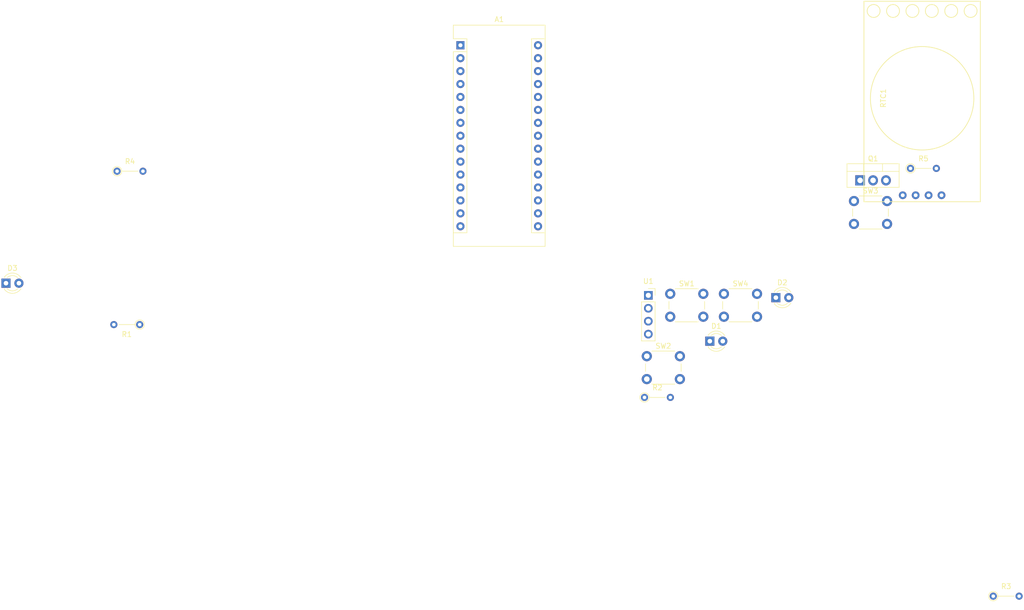
<source format=kicad_pcb>
(kicad_pcb (version 20171130) (host pcbnew 5.1.5+dfsg1-2build2)

  (general
    (thickness 1.6)
    (drawings 0)
    (tracks 0)
    (zones 0)
    (modules 16)
    (nets 35)
  )

  (page A4)
  (layers
    (0 F.Cu signal)
    (31 B.Cu signal)
    (32 B.Adhes user)
    (33 F.Adhes user)
    (34 B.Paste user)
    (35 F.Paste user)
    (36 B.SilkS user)
    (37 F.SilkS user)
    (38 B.Mask user)
    (39 F.Mask user)
    (40 Dwgs.User user)
    (41 Cmts.User user)
    (42 Eco1.User user)
    (43 Eco2.User user)
    (44 Edge.Cuts user)
    (45 Margin user)
    (46 B.CrtYd user)
    (47 F.CrtYd user)
    (48 B.Fab user)
    (49 F.Fab user)
  )

  (setup
    (last_trace_width 0.25)
    (trace_clearance 0.2)
    (zone_clearance 0.508)
    (zone_45_only no)
    (trace_min 0.2)
    (via_size 0.8)
    (via_drill 0.4)
    (via_min_size 0.4)
    (via_min_drill 0.3)
    (uvia_size 0.3)
    (uvia_drill 0.1)
    (uvias_allowed no)
    (uvia_min_size 0.2)
    (uvia_min_drill 0.1)
    (edge_width 0.05)
    (segment_width 0.2)
    (pcb_text_width 0.3)
    (pcb_text_size 1.5 1.5)
    (mod_edge_width 0.12)
    (mod_text_size 1 1)
    (mod_text_width 0.15)
    (pad_size 1.524 1.524)
    (pad_drill 0.762)
    (pad_to_mask_clearance 0.051)
    (solder_mask_min_width 0.25)
    (aux_axis_origin 0 0)
    (visible_elements FFFFFF7F)
    (pcbplotparams
      (layerselection 0x010fc_ffffffff)
      (usegerberextensions false)
      (usegerberattributes false)
      (usegerberadvancedattributes false)
      (creategerberjobfile false)
      (excludeedgelayer true)
      (linewidth 0.100000)
      (plotframeref false)
      (viasonmask false)
      (mode 1)
      (useauxorigin false)
      (hpglpennumber 1)
      (hpglpenspeed 20)
      (hpglpendiameter 15.000000)
      (psnegative false)
      (psa4output false)
      (plotreference true)
      (plotvalue true)
      (plotinvisibletext false)
      (padsonsilk false)
      (subtractmaskfromsilk false)
      (outputformat 1)
      (mirror false)
      (drillshape 1)
      (scaleselection 1)
      (outputdirectory ""))
  )

  (net 0 "")
  (net 1 "Net-(A1-Pad1)")
  (net 2 "Net-(A1-Pad17)")
  (net 3 "Net-(A1-Pad2)")
  (net 4 "Net-(A1-Pad18)")
  (net 5 "Net-(A1-Pad3)")
  (net 6 "Net-(A1-Pad19)")
  (net 7 display_gnd)
  (net 8 switch_confirm)
  (net 9 led_off)
  (net 10 "Net-(A1-Pad21)")
  (net 11 led_on)
  (net 12 "Net-(A1-Pad22)")
  (net 13 led_time)
  (net 14 "Net-(A1-Pad23)")
  (net 15 switch_down)
  (net 16 "Net-(A1-Pad24)")
  (net 17 switch_up)
  (net 18 "Net-(A1-Pad25)")
  (net 19 switch_mode)
  (net 20 "Net-(A1-Pad26)")
  (net 21 display_dio)
  (net 22 "Net-(A1-Pad27)")
  (net 23 display_clk)
  (net 24 "Net-(A1-Pad28)")
  (net 25 "Net-(A1-Pad13)")
  (net 26 "Net-(A1-Pad14)")
  (net 27 display_vcc)
  (net 28 "Net-(A1-Pad15)")
  (net 29 "Net-(A1-Pad16)")
  (net 30 "Net-(D1-Pad1)")
  (net 31 "Net-(D2-Pad1)")
  (net 32 "Net-(D3-Pad1)")
  (net 33 "Net-(Q1-Pad1)")
  (net 34 lamp_gnd)

  (net_class Default "This is the default net class."
    (clearance 0.2)
    (trace_width 0.25)
    (via_dia 0.8)
    (via_drill 0.4)
    (uvia_dia 0.3)
    (uvia_drill 0.1)
    (add_net "Net-(A1-Pad1)")
    (add_net "Net-(A1-Pad13)")
    (add_net "Net-(A1-Pad14)")
    (add_net "Net-(A1-Pad15)")
    (add_net "Net-(A1-Pad16)")
    (add_net "Net-(A1-Pad17)")
    (add_net "Net-(A1-Pad18)")
    (add_net "Net-(A1-Pad19)")
    (add_net "Net-(A1-Pad2)")
    (add_net "Net-(A1-Pad21)")
    (add_net "Net-(A1-Pad22)")
    (add_net "Net-(A1-Pad23)")
    (add_net "Net-(A1-Pad24)")
    (add_net "Net-(A1-Pad25)")
    (add_net "Net-(A1-Pad26)")
    (add_net "Net-(A1-Pad27)")
    (add_net "Net-(A1-Pad28)")
    (add_net "Net-(A1-Pad3)")
    (add_net "Net-(D1-Pad1)")
    (add_net "Net-(D2-Pad1)")
    (add_net "Net-(D3-Pad1)")
    (add_net "Net-(Q1-Pad1)")
    (add_net display_clk)
    (add_net display_dio)
    (add_net display_gnd)
    (add_net display_vcc)
    (add_net lamp_gnd)
    (add_net led_off)
    (add_net led_on)
    (add_net led_time)
    (add_net switch_confirm)
    (add_net switch_down)
    (add_net switch_mode)
    (add_net switch_up)
  )

  (module Module:Arduino_Nano (layer F.Cu) (tedit 58ACAF70) (tstamp 605635A4)
    (at 66.802 22.606)
    (descr "Arduino Nano, http://www.mouser.com/pdfdocs/Gravitech_Arduino_Nano3_0.pdf")
    (tags "Arduino Nano")
    (path /604B6E58)
    (fp_text reference A1 (at 7.62 -5.08) (layer F.SilkS)
      (effects (font (size 1 1) (thickness 0.15)))
    )
    (fp_text value Arduino_Nano_v2.x (at 8.89 19.05 90) (layer F.Fab)
      (effects (font (size 1 1) (thickness 0.15)))
    )
    (fp_text user %R (at 6.35 19.05 90) (layer F.Fab)
      (effects (font (size 1 1) (thickness 0.15)))
    )
    (fp_line (start 1.27 1.27) (end 1.27 -1.27) (layer F.SilkS) (width 0.12))
    (fp_line (start 1.27 -1.27) (end -1.4 -1.27) (layer F.SilkS) (width 0.12))
    (fp_line (start -1.4 1.27) (end -1.4 39.5) (layer F.SilkS) (width 0.12))
    (fp_line (start -1.4 -3.94) (end -1.4 -1.27) (layer F.SilkS) (width 0.12))
    (fp_line (start 13.97 -1.27) (end 16.64 -1.27) (layer F.SilkS) (width 0.12))
    (fp_line (start 13.97 -1.27) (end 13.97 36.83) (layer F.SilkS) (width 0.12))
    (fp_line (start 13.97 36.83) (end 16.64 36.83) (layer F.SilkS) (width 0.12))
    (fp_line (start 1.27 1.27) (end -1.4 1.27) (layer F.SilkS) (width 0.12))
    (fp_line (start 1.27 1.27) (end 1.27 36.83) (layer F.SilkS) (width 0.12))
    (fp_line (start 1.27 36.83) (end -1.4 36.83) (layer F.SilkS) (width 0.12))
    (fp_line (start 3.81 31.75) (end 11.43 31.75) (layer F.Fab) (width 0.1))
    (fp_line (start 11.43 31.75) (end 11.43 41.91) (layer F.Fab) (width 0.1))
    (fp_line (start 11.43 41.91) (end 3.81 41.91) (layer F.Fab) (width 0.1))
    (fp_line (start 3.81 41.91) (end 3.81 31.75) (layer F.Fab) (width 0.1))
    (fp_line (start -1.4 39.5) (end 16.64 39.5) (layer F.SilkS) (width 0.12))
    (fp_line (start 16.64 39.5) (end 16.64 -3.94) (layer F.SilkS) (width 0.12))
    (fp_line (start 16.64 -3.94) (end -1.4 -3.94) (layer F.SilkS) (width 0.12))
    (fp_line (start 16.51 39.37) (end -1.27 39.37) (layer F.Fab) (width 0.1))
    (fp_line (start -1.27 39.37) (end -1.27 -2.54) (layer F.Fab) (width 0.1))
    (fp_line (start -1.27 -2.54) (end 0 -3.81) (layer F.Fab) (width 0.1))
    (fp_line (start 0 -3.81) (end 16.51 -3.81) (layer F.Fab) (width 0.1))
    (fp_line (start 16.51 -3.81) (end 16.51 39.37) (layer F.Fab) (width 0.1))
    (fp_line (start -1.53 -4.06) (end 16.75 -4.06) (layer F.CrtYd) (width 0.05))
    (fp_line (start -1.53 -4.06) (end -1.53 42.16) (layer F.CrtYd) (width 0.05))
    (fp_line (start 16.75 42.16) (end 16.75 -4.06) (layer F.CrtYd) (width 0.05))
    (fp_line (start 16.75 42.16) (end -1.53 42.16) (layer F.CrtYd) (width 0.05))
    (pad 1 thru_hole rect (at 0 0) (size 1.6 1.6) (drill 0.8) (layers *.Cu *.Mask)
      (net 1 "Net-(A1-Pad1)"))
    (pad 17 thru_hole oval (at 15.24 33.02) (size 1.6 1.6) (drill 0.8) (layers *.Cu *.Mask)
      (net 2 "Net-(A1-Pad17)"))
    (pad 2 thru_hole oval (at 0 2.54) (size 1.6 1.6) (drill 0.8) (layers *.Cu *.Mask)
      (net 3 "Net-(A1-Pad2)"))
    (pad 18 thru_hole oval (at 15.24 30.48) (size 1.6 1.6) (drill 0.8) (layers *.Cu *.Mask)
      (net 4 "Net-(A1-Pad18)"))
    (pad 3 thru_hole oval (at 0 5.08) (size 1.6 1.6) (drill 0.8) (layers *.Cu *.Mask)
      (net 5 "Net-(A1-Pad3)"))
    (pad 19 thru_hole oval (at 15.24 27.94) (size 1.6 1.6) (drill 0.8) (layers *.Cu *.Mask)
      (net 6 "Net-(A1-Pad19)"))
    (pad 4 thru_hole oval (at 0 7.62) (size 1.6 1.6) (drill 0.8) (layers *.Cu *.Mask)
      (net 7 display_gnd))
    (pad 20 thru_hole oval (at 15.24 25.4) (size 1.6 1.6) (drill 0.8) (layers *.Cu *.Mask)
      (net 8 switch_confirm))
    (pad 5 thru_hole oval (at 0 10.16) (size 1.6 1.6) (drill 0.8) (layers *.Cu *.Mask)
      (net 9 led_off))
    (pad 21 thru_hole oval (at 15.24 22.86) (size 1.6 1.6) (drill 0.8) (layers *.Cu *.Mask)
      (net 10 "Net-(A1-Pad21)"))
    (pad 6 thru_hole oval (at 0 12.7) (size 1.6 1.6) (drill 0.8) (layers *.Cu *.Mask)
      (net 11 led_on))
    (pad 22 thru_hole oval (at 15.24 20.32) (size 1.6 1.6) (drill 0.8) (layers *.Cu *.Mask)
      (net 12 "Net-(A1-Pad22)"))
    (pad 7 thru_hole oval (at 0 15.24) (size 1.6 1.6) (drill 0.8) (layers *.Cu *.Mask)
      (net 13 led_time))
    (pad 23 thru_hole oval (at 15.24 17.78) (size 1.6 1.6) (drill 0.8) (layers *.Cu *.Mask)
      (net 14 "Net-(A1-Pad23)"))
    (pad 8 thru_hole oval (at 0 17.78) (size 1.6 1.6) (drill 0.8) (layers *.Cu *.Mask)
      (net 15 switch_down))
    (pad 24 thru_hole oval (at 15.24 15.24) (size 1.6 1.6) (drill 0.8) (layers *.Cu *.Mask)
      (net 16 "Net-(A1-Pad24)"))
    (pad 9 thru_hole oval (at 0 20.32) (size 1.6 1.6) (drill 0.8) (layers *.Cu *.Mask)
      (net 17 switch_up))
    (pad 25 thru_hole oval (at 15.24 12.7) (size 1.6 1.6) (drill 0.8) (layers *.Cu *.Mask)
      (net 18 "Net-(A1-Pad25)"))
    (pad 10 thru_hole oval (at 0 22.86) (size 1.6 1.6) (drill 0.8) (layers *.Cu *.Mask)
      (net 19 switch_mode))
    (pad 26 thru_hole oval (at 15.24 10.16) (size 1.6 1.6) (drill 0.8) (layers *.Cu *.Mask)
      (net 20 "Net-(A1-Pad26)"))
    (pad 11 thru_hole oval (at 0 25.4) (size 1.6 1.6) (drill 0.8) (layers *.Cu *.Mask)
      (net 21 display_dio))
    (pad 27 thru_hole oval (at 15.24 7.62) (size 1.6 1.6) (drill 0.8) (layers *.Cu *.Mask)
      (net 22 "Net-(A1-Pad27)"))
    (pad 12 thru_hole oval (at 0 27.94) (size 1.6 1.6) (drill 0.8) (layers *.Cu *.Mask)
      (net 23 display_clk))
    (pad 28 thru_hole oval (at 15.24 5.08) (size 1.6 1.6) (drill 0.8) (layers *.Cu *.Mask)
      (net 24 "Net-(A1-Pad28)"))
    (pad 13 thru_hole oval (at 0 30.48) (size 1.6 1.6) (drill 0.8) (layers *.Cu *.Mask)
      (net 25 "Net-(A1-Pad13)"))
    (pad 29 thru_hole oval (at 15.24 2.54) (size 1.6 1.6) (drill 0.8) (layers *.Cu *.Mask)
      (net 7 display_gnd))
    (pad 14 thru_hole oval (at 0 33.02) (size 1.6 1.6) (drill 0.8) (layers *.Cu *.Mask)
      (net 26 "Net-(A1-Pad14)"))
    (pad 30 thru_hole oval (at 15.24 0) (size 1.6 1.6) (drill 0.8) (layers *.Cu *.Mask)
      (net 27 display_vcc))
    (pad 15 thru_hole oval (at 0 35.56) (size 1.6 1.6) (drill 0.8) (layers *.Cu *.Mask)
      (net 28 "Net-(A1-Pad15)"))
    (pad 16 thru_hole oval (at 15.24 35.56) (size 1.6 1.6) (drill 0.8) (layers *.Cu *.Mask)
      (net 29 "Net-(A1-Pad16)"))
    (model ${KISYS3DMOD}/Module.3dshapes/Arduino_Nano_WithMountingHoles.wrl
      (at (xyz 0 0 0))
      (scale (xyz 1 1 1))
      (rotate (xyz 0 0 0))
    )
  )

  (module LED_THT:LED_D3.0mm (layer F.Cu) (tedit 587A3A7B) (tstamp 605635B7)
    (at 115.785001 80.725001)
    (descr "LED, diameter 3.0mm, 2 pins")
    (tags "LED diameter 3.0mm 2 pins")
    (path /604C1EDF)
    (fp_text reference D1 (at 1.27 -2.96) (layer F.SilkS)
      (effects (font (size 1 1) (thickness 0.15)))
    )
    (fp_text value LED (at 1.27 2.96) (layer F.Fab)
      (effects (font (size 1 1) (thickness 0.15)))
    )
    (fp_arc (start 1.27 0) (end -0.23 -1.16619) (angle 284.3) (layer F.Fab) (width 0.1))
    (fp_arc (start 1.27 0) (end -0.29 -1.235516) (angle 108.8) (layer F.SilkS) (width 0.12))
    (fp_arc (start 1.27 0) (end -0.29 1.235516) (angle -108.8) (layer F.SilkS) (width 0.12))
    (fp_arc (start 1.27 0) (end 0.229039 -1.08) (angle 87.9) (layer F.SilkS) (width 0.12))
    (fp_arc (start 1.27 0) (end 0.229039 1.08) (angle -87.9) (layer F.SilkS) (width 0.12))
    (fp_circle (center 1.27 0) (end 2.77 0) (layer F.Fab) (width 0.1))
    (fp_line (start -0.23 -1.16619) (end -0.23 1.16619) (layer F.Fab) (width 0.1))
    (fp_line (start -0.29 -1.236) (end -0.29 -1.08) (layer F.SilkS) (width 0.12))
    (fp_line (start -0.29 1.08) (end -0.29 1.236) (layer F.SilkS) (width 0.12))
    (fp_line (start -1.15 -2.25) (end -1.15 2.25) (layer F.CrtYd) (width 0.05))
    (fp_line (start -1.15 2.25) (end 3.7 2.25) (layer F.CrtYd) (width 0.05))
    (fp_line (start 3.7 2.25) (end 3.7 -2.25) (layer F.CrtYd) (width 0.05))
    (fp_line (start 3.7 -2.25) (end -1.15 -2.25) (layer F.CrtYd) (width 0.05))
    (pad 1 thru_hole rect (at 0 0) (size 1.8 1.8) (drill 0.9) (layers *.Cu *.Mask)
      (net 30 "Net-(D1-Pad1)"))
    (pad 2 thru_hole circle (at 2.54 0) (size 1.8 1.8) (drill 0.9) (layers *.Cu *.Mask)
      (net 9 led_off))
    (model ${KISYS3DMOD}/LED_THT.3dshapes/LED_D3.0mm.wrl
      (at (xyz 0 0 0))
      (scale (xyz 1 1 1))
      (rotate (xyz 0 0 0))
    )
  )

  (module LED_THT:LED_D3.0mm (layer F.Cu) (tedit 587A3A7B) (tstamp 605635CA)
    (at 128.755001 72.175001)
    (descr "LED, diameter 3.0mm, 2 pins")
    (tags "LED diameter 3.0mm 2 pins")
    (path /604C2966)
    (fp_text reference D2 (at 1.27 -2.96) (layer F.SilkS)
      (effects (font (size 1 1) (thickness 0.15)))
    )
    (fp_text value LED (at 1.27 2.96) (layer F.Fab)
      (effects (font (size 1 1) (thickness 0.15)))
    )
    (fp_line (start 3.7 -2.25) (end -1.15 -2.25) (layer F.CrtYd) (width 0.05))
    (fp_line (start 3.7 2.25) (end 3.7 -2.25) (layer F.CrtYd) (width 0.05))
    (fp_line (start -1.15 2.25) (end 3.7 2.25) (layer F.CrtYd) (width 0.05))
    (fp_line (start -1.15 -2.25) (end -1.15 2.25) (layer F.CrtYd) (width 0.05))
    (fp_line (start -0.29 1.08) (end -0.29 1.236) (layer F.SilkS) (width 0.12))
    (fp_line (start -0.29 -1.236) (end -0.29 -1.08) (layer F.SilkS) (width 0.12))
    (fp_line (start -0.23 -1.16619) (end -0.23 1.16619) (layer F.Fab) (width 0.1))
    (fp_circle (center 1.27 0) (end 2.77 0) (layer F.Fab) (width 0.1))
    (fp_arc (start 1.27 0) (end 0.229039 1.08) (angle -87.9) (layer F.SilkS) (width 0.12))
    (fp_arc (start 1.27 0) (end 0.229039 -1.08) (angle 87.9) (layer F.SilkS) (width 0.12))
    (fp_arc (start 1.27 0) (end -0.29 1.235516) (angle -108.8) (layer F.SilkS) (width 0.12))
    (fp_arc (start 1.27 0) (end -0.29 -1.235516) (angle 108.8) (layer F.SilkS) (width 0.12))
    (fp_arc (start 1.27 0) (end -0.23 -1.16619) (angle 284.3) (layer F.Fab) (width 0.1))
    (pad 2 thru_hole circle (at 2.54 0) (size 1.8 1.8) (drill 0.9) (layers *.Cu *.Mask)
      (net 11 led_on))
    (pad 1 thru_hole rect (at 0 0) (size 1.8 1.8) (drill 0.9) (layers *.Cu *.Mask)
      (net 31 "Net-(D2-Pad1)"))
    (model ${KISYS3DMOD}/LED_THT.3dshapes/LED_D3.0mm.wrl
      (at (xyz 0 0 0))
      (scale (xyz 1 1 1))
      (rotate (xyz 0 0 0))
    )
  )

  (module LED_THT:LED_D3.0mm (layer F.Cu) (tedit 587A3A7B) (tstamp 605635DD)
    (at -22.4536 69.342)
    (descr "LED, diameter 3.0mm, 2 pins")
    (tags "LED diameter 3.0mm 2 pins")
    (path /604C2CF4)
    (fp_text reference D3 (at 1.27 -2.96) (layer F.SilkS)
      (effects (font (size 1 1) (thickness 0.15)))
    )
    (fp_text value LED (at 1.27 2.96) (layer F.Fab)
      (effects (font (size 1 1) (thickness 0.15)))
    )
    (fp_arc (start 1.27 0) (end -0.23 -1.16619) (angle 284.3) (layer F.Fab) (width 0.1))
    (fp_arc (start 1.27 0) (end -0.29 -1.235516) (angle 108.8) (layer F.SilkS) (width 0.12))
    (fp_arc (start 1.27 0) (end -0.29 1.235516) (angle -108.8) (layer F.SilkS) (width 0.12))
    (fp_arc (start 1.27 0) (end 0.229039 -1.08) (angle 87.9) (layer F.SilkS) (width 0.12))
    (fp_arc (start 1.27 0) (end 0.229039 1.08) (angle -87.9) (layer F.SilkS) (width 0.12))
    (fp_circle (center 1.27 0) (end 2.77 0) (layer F.Fab) (width 0.1))
    (fp_line (start -0.23 -1.16619) (end -0.23 1.16619) (layer F.Fab) (width 0.1))
    (fp_line (start -0.29 -1.236) (end -0.29 -1.08) (layer F.SilkS) (width 0.12))
    (fp_line (start -0.29 1.08) (end -0.29 1.236) (layer F.SilkS) (width 0.12))
    (fp_line (start -1.15 -2.25) (end -1.15 2.25) (layer F.CrtYd) (width 0.05))
    (fp_line (start -1.15 2.25) (end 3.7 2.25) (layer F.CrtYd) (width 0.05))
    (fp_line (start 3.7 2.25) (end 3.7 -2.25) (layer F.CrtYd) (width 0.05))
    (fp_line (start 3.7 -2.25) (end -1.15 -2.25) (layer F.CrtYd) (width 0.05))
    (pad 1 thru_hole rect (at 0 0) (size 1.8 1.8) (drill 0.9) (layers *.Cu *.Mask)
      (net 32 "Net-(D3-Pad1)"))
    (pad 2 thru_hole circle (at 2.54 0) (size 1.8 1.8) (drill 0.9) (layers *.Cu *.Mask)
      (net 13 led_time))
    (model ${KISYS3DMOD}/LED_THT.3dshapes/LED_D3.0mm.wrl
      (at (xyz 0 0 0))
      (scale (xyz 1 1 1))
      (rotate (xyz 0 0 0))
    )
  )

  (module Package_TO_SOT_THT:TO-220-3_Vertical (layer F.Cu) (tedit 5AC8BA0D) (tstamp 605635F7)
    (at 145.305001 49.145001)
    (descr "TO-220-3, Vertical, RM 2.54mm, see https://www.vishay.com/docs/66542/to-220-1.pdf")
    (tags "TO-220-3 Vertical RM 2.54mm")
    (path /604C0B43)
    (fp_text reference Q1 (at 2.54 -4.27) (layer F.SilkS)
      (effects (font (size 1 1) (thickness 0.15)))
    )
    (fp_text value IRLZ34N (at 2.54 2.5) (layer F.Fab)
      (effects (font (size 1 1) (thickness 0.15)))
    )
    (fp_line (start -2.46 -3.15) (end -2.46 1.25) (layer F.Fab) (width 0.1))
    (fp_line (start -2.46 1.25) (end 7.54 1.25) (layer F.Fab) (width 0.1))
    (fp_line (start 7.54 1.25) (end 7.54 -3.15) (layer F.Fab) (width 0.1))
    (fp_line (start 7.54 -3.15) (end -2.46 -3.15) (layer F.Fab) (width 0.1))
    (fp_line (start -2.46 -1.88) (end 7.54 -1.88) (layer F.Fab) (width 0.1))
    (fp_line (start 0.69 -3.15) (end 0.69 -1.88) (layer F.Fab) (width 0.1))
    (fp_line (start 4.39 -3.15) (end 4.39 -1.88) (layer F.Fab) (width 0.1))
    (fp_line (start -2.58 -3.27) (end 7.66 -3.27) (layer F.SilkS) (width 0.12))
    (fp_line (start -2.58 1.371) (end 7.66 1.371) (layer F.SilkS) (width 0.12))
    (fp_line (start -2.58 -3.27) (end -2.58 1.371) (layer F.SilkS) (width 0.12))
    (fp_line (start 7.66 -3.27) (end 7.66 1.371) (layer F.SilkS) (width 0.12))
    (fp_line (start -2.58 -1.76) (end 7.66 -1.76) (layer F.SilkS) (width 0.12))
    (fp_line (start 0.69 -3.27) (end 0.69 -1.76) (layer F.SilkS) (width 0.12))
    (fp_line (start 4.391 -3.27) (end 4.391 -1.76) (layer F.SilkS) (width 0.12))
    (fp_line (start -2.71 -3.4) (end -2.71 1.51) (layer F.CrtYd) (width 0.05))
    (fp_line (start -2.71 1.51) (end 7.79 1.51) (layer F.CrtYd) (width 0.05))
    (fp_line (start 7.79 1.51) (end 7.79 -3.4) (layer F.CrtYd) (width 0.05))
    (fp_line (start 7.79 -3.4) (end -2.71 -3.4) (layer F.CrtYd) (width 0.05))
    (fp_text user %R (at 2.54 -4.27) (layer F.Fab)
      (effects (font (size 1 1) (thickness 0.15)))
    )
    (pad 1 thru_hole rect (at 0 0) (size 1.905 2) (drill 1.1) (layers *.Cu *.Mask)
      (net 33 "Net-(Q1-Pad1)"))
    (pad 2 thru_hole oval (at 2.54 0) (size 1.905 2) (drill 1.1) (layers *.Cu *.Mask)
      (net 34 lamp_gnd))
    (pad 3 thru_hole oval (at 5.08 0) (size 1.905 2) (drill 1.1) (layers *.Cu *.Mask)
      (net 7 display_gnd))
    (model ${KISYS3DMOD}/Package_TO_SOT_THT.3dshapes/TO-220-3_Vertical.wrl
      (at (xyz 0 0 0))
      (scale (xyz 1 1 1))
      (rotate (xyz 0 0 0))
    )
  )

  (module Resistor_THT:R_Axial_DIN0204_L3.6mm_D1.6mm_P5.08mm_Vertical (layer F.Cu) (tedit 5AE5139B) (tstamp 60563606)
    (at 3.81 77.47 180)
    (descr "Resistor, Axial_DIN0204 series, Axial, Vertical, pin pitch=5.08mm, 0.167W, length*diameter=3.6*1.6mm^2, http://cdn-reichelt.de/documents/datenblatt/B400/1_4W%23YAG.pdf")
    (tags "Resistor Axial_DIN0204 series Axial Vertical pin pitch 5.08mm 0.167W length 3.6mm diameter 1.6mm")
    (path /604C6158)
    (fp_text reference R1 (at 2.54 -1.92) (layer F.SilkS)
      (effects (font (size 1 1) (thickness 0.15)))
    )
    (fp_text value R (at 2.54 1.92) (layer F.Fab)
      (effects (font (size 1 1) (thickness 0.15)))
    )
    (fp_circle (center 0 0) (end 0.8 0) (layer F.Fab) (width 0.1))
    (fp_circle (center 0 0) (end 0.92 0) (layer F.SilkS) (width 0.12))
    (fp_line (start 0 0) (end 5.08 0) (layer F.Fab) (width 0.1))
    (fp_line (start 0.92 0) (end 4.08 0) (layer F.SilkS) (width 0.12))
    (fp_line (start -1.05 -1.05) (end -1.05 1.05) (layer F.CrtYd) (width 0.05))
    (fp_line (start -1.05 1.05) (end 6.03 1.05) (layer F.CrtYd) (width 0.05))
    (fp_line (start 6.03 1.05) (end 6.03 -1.05) (layer F.CrtYd) (width 0.05))
    (fp_line (start 6.03 -1.05) (end -1.05 -1.05) (layer F.CrtYd) (width 0.05))
    (fp_text user %R (at 2.54 -1.92) (layer F.Fab)
      (effects (font (size 1 1) (thickness 0.15)))
    )
    (pad 1 thru_hole circle (at 0 0 180) (size 1.4 1.4) (drill 0.7) (layers *.Cu *.Mask)
      (net 33 "Net-(Q1-Pad1)"))
    (pad 2 thru_hole oval (at 5.08 0 180) (size 1.4 1.4) (drill 0.7) (layers *.Cu *.Mask)
      (net 25 "Net-(A1-Pad13)"))
    (model ${KISYS3DMOD}/Resistor_THT.3dshapes/R_Axial_DIN0204_L3.6mm_D1.6mm_P5.08mm_Vertical.wrl
      (at (xyz 0 0 0))
      (scale (xyz 1 1 1))
      (rotate (xyz 0 0 0))
    )
  )

  (module Resistor_THT:R_Axial_DIN0204_L3.6mm_D1.6mm_P5.08mm_Vertical (layer F.Cu) (tedit 5AE5139B) (tstamp 60563615)
    (at 102.955001 91.775001)
    (descr "Resistor, Axial_DIN0204 series, Axial, Vertical, pin pitch=5.08mm, 0.167W, length*diameter=3.6*1.6mm^2, http://cdn-reichelt.de/documents/datenblatt/B400/1_4W%23YAG.pdf")
    (tags "Resistor Axial_DIN0204 series Axial Vertical pin pitch 5.08mm 0.167W length 3.6mm diameter 1.6mm")
    (path /6064295C)
    (fp_text reference R2 (at 2.54 -1.92) (layer F.SilkS)
      (effects (font (size 1 1) (thickness 0.15)))
    )
    (fp_text value R (at 2.54 1.92) (layer F.Fab)
      (effects (font (size 1 1) (thickness 0.15)))
    )
    (fp_text user %R (at 2.54 -1.92) (layer F.Fab)
      (effects (font (size 1 1) (thickness 0.15)))
    )
    (fp_line (start 6.03 -1.05) (end -1.05 -1.05) (layer F.CrtYd) (width 0.05))
    (fp_line (start 6.03 1.05) (end 6.03 -1.05) (layer F.CrtYd) (width 0.05))
    (fp_line (start -1.05 1.05) (end 6.03 1.05) (layer F.CrtYd) (width 0.05))
    (fp_line (start -1.05 -1.05) (end -1.05 1.05) (layer F.CrtYd) (width 0.05))
    (fp_line (start 0.92 0) (end 4.08 0) (layer F.SilkS) (width 0.12))
    (fp_line (start 0 0) (end 5.08 0) (layer F.Fab) (width 0.1))
    (fp_circle (center 0 0) (end 0.92 0) (layer F.SilkS) (width 0.12))
    (fp_circle (center 0 0) (end 0.8 0) (layer F.Fab) (width 0.1))
    (pad 2 thru_hole oval (at 5.08 0) (size 1.4 1.4) (drill 0.7) (layers *.Cu *.Mask)
      (net 7 display_gnd))
    (pad 1 thru_hole circle (at 0 0) (size 1.4 1.4) (drill 0.7) (layers *.Cu *.Mask)
      (net 30 "Net-(D1-Pad1)"))
    (model ${KISYS3DMOD}/Resistor_THT.3dshapes/R_Axial_DIN0204_L3.6mm_D1.6mm_P5.08mm_Vertical.wrl
      (at (xyz 0 0 0))
      (scale (xyz 1 1 1))
      (rotate (xyz 0 0 0))
    )
  )

  (module Resistor_THT:R_Axial_DIN0204_L3.6mm_D1.6mm_P5.08mm_Vertical (layer F.Cu) (tedit 5AE5139B) (tstamp 60563624)
    (at 171.45 130.81)
    (descr "Resistor, Axial_DIN0204 series, Axial, Vertical, pin pitch=5.08mm, 0.167W, length*diameter=3.6*1.6mm^2, http://cdn-reichelt.de/documents/datenblatt/B400/1_4W%23YAG.pdf")
    (tags "Resistor Axial_DIN0204 series Axial Vertical pin pitch 5.08mm 0.167W length 3.6mm diameter 1.6mm")
    (path /60642533)
    (fp_text reference R3 (at 2.54 -1.92) (layer F.SilkS)
      (effects (font (size 1 1) (thickness 0.15)))
    )
    (fp_text value R (at 2.54 1.92) (layer F.Fab)
      (effects (font (size 1 1) (thickness 0.15)))
    )
    (fp_circle (center 0 0) (end 0.8 0) (layer F.Fab) (width 0.1))
    (fp_circle (center 0 0) (end 0.92 0) (layer F.SilkS) (width 0.12))
    (fp_line (start 0 0) (end 5.08 0) (layer F.Fab) (width 0.1))
    (fp_line (start 0.92 0) (end 4.08 0) (layer F.SilkS) (width 0.12))
    (fp_line (start -1.05 -1.05) (end -1.05 1.05) (layer F.CrtYd) (width 0.05))
    (fp_line (start -1.05 1.05) (end 6.03 1.05) (layer F.CrtYd) (width 0.05))
    (fp_line (start 6.03 1.05) (end 6.03 -1.05) (layer F.CrtYd) (width 0.05))
    (fp_line (start 6.03 -1.05) (end -1.05 -1.05) (layer F.CrtYd) (width 0.05))
    (fp_text user %R (at 2.54 -1.92) (layer F.Fab)
      (effects (font (size 1 1) (thickness 0.15)))
    )
    (pad 1 thru_hole circle (at 0 0) (size 1.4 1.4) (drill 0.7) (layers *.Cu *.Mask)
      (net 31 "Net-(D2-Pad1)"))
    (pad 2 thru_hole oval (at 5.08 0) (size 1.4 1.4) (drill 0.7) (layers *.Cu *.Mask)
      (net 7 display_gnd))
    (model ${KISYS3DMOD}/Resistor_THT.3dshapes/R_Axial_DIN0204_L3.6mm_D1.6mm_P5.08mm_Vertical.wrl
      (at (xyz 0 0 0))
      (scale (xyz 1 1 1))
      (rotate (xyz 0 0 0))
    )
  )

  (module Resistor_THT:R_Axial_DIN0204_L3.6mm_D1.6mm_P5.08mm_Vertical (layer F.Cu) (tedit 5AE5139B) (tstamp 60563633)
    (at -0.635 47.3456)
    (descr "Resistor, Axial_DIN0204 series, Axial, Vertical, pin pitch=5.08mm, 0.167W, length*diameter=3.6*1.6mm^2, http://cdn-reichelt.de/documents/datenblatt/B400/1_4W%23YAG.pdf")
    (tags "Resistor Axial_DIN0204 series Axial Vertical pin pitch 5.08mm 0.167W length 3.6mm diameter 1.6mm")
    (path /60641A5A)
    (fp_text reference R4 (at 2.54 -1.92) (layer F.SilkS)
      (effects (font (size 1 1) (thickness 0.15)))
    )
    (fp_text value R (at 2.54 1.92) (layer F.Fab)
      (effects (font (size 1 1) (thickness 0.15)))
    )
    (fp_text user %R (at 2.54 -1.92) (layer F.Fab)
      (effects (font (size 1 1) (thickness 0.15)))
    )
    (fp_line (start 6.03 -1.05) (end -1.05 -1.05) (layer F.CrtYd) (width 0.05))
    (fp_line (start 6.03 1.05) (end 6.03 -1.05) (layer F.CrtYd) (width 0.05))
    (fp_line (start -1.05 1.05) (end 6.03 1.05) (layer F.CrtYd) (width 0.05))
    (fp_line (start -1.05 -1.05) (end -1.05 1.05) (layer F.CrtYd) (width 0.05))
    (fp_line (start 0.92 0) (end 4.08 0) (layer F.SilkS) (width 0.12))
    (fp_line (start 0 0) (end 5.08 0) (layer F.Fab) (width 0.1))
    (fp_circle (center 0 0) (end 0.92 0) (layer F.SilkS) (width 0.12))
    (fp_circle (center 0 0) (end 0.8 0) (layer F.Fab) (width 0.1))
    (pad 2 thru_hole oval (at 5.08 0) (size 1.4 1.4) (drill 0.7) (layers *.Cu *.Mask)
      (net 7 display_gnd))
    (pad 1 thru_hole circle (at 0 0) (size 1.4 1.4) (drill 0.7) (layers *.Cu *.Mask)
      (net 32 "Net-(D3-Pad1)"))
    (model ${KISYS3DMOD}/Resistor_THT.3dshapes/R_Axial_DIN0204_L3.6mm_D1.6mm_P5.08mm_Vertical.wrl
      (at (xyz 0 0 0))
      (scale (xyz 1 1 1))
      (rotate (xyz 0 0 0))
    )
  )

  (module Resistor_THT:R_Axial_DIN0204_L3.6mm_D1.6mm_P5.08mm_Vertical (layer F.Cu) (tedit 5AE5139B) (tstamp 60563642)
    (at 155.195001 46.795001)
    (descr "Resistor, Axial_DIN0204 series, Axial, Vertical, pin pitch=5.08mm, 0.167W, length*diameter=3.6*1.6mm^2, http://cdn-reichelt.de/documents/datenblatt/B400/1_4W%23YAG.pdf")
    (tags "Resistor Axial_DIN0204 series Axial Vertical pin pitch 5.08mm 0.167W length 3.6mm diameter 1.6mm")
    (path /607E3796)
    (fp_text reference R5 (at 2.54 -1.92) (layer F.SilkS)
      (effects (font (size 1 1) (thickness 0.15)))
    )
    (fp_text value R (at 2.54 1.92) (layer F.Fab)
      (effects (font (size 1 1) (thickness 0.15)))
    )
    (fp_circle (center 0 0) (end 0.8 0) (layer F.Fab) (width 0.1))
    (fp_circle (center 0 0) (end 0.92 0) (layer F.SilkS) (width 0.12))
    (fp_line (start 0 0) (end 5.08 0) (layer F.Fab) (width 0.1))
    (fp_line (start 0.92 0) (end 4.08 0) (layer F.SilkS) (width 0.12))
    (fp_line (start -1.05 -1.05) (end -1.05 1.05) (layer F.CrtYd) (width 0.05))
    (fp_line (start -1.05 1.05) (end 6.03 1.05) (layer F.CrtYd) (width 0.05))
    (fp_line (start 6.03 1.05) (end 6.03 -1.05) (layer F.CrtYd) (width 0.05))
    (fp_line (start 6.03 -1.05) (end -1.05 -1.05) (layer F.CrtYd) (width 0.05))
    (fp_text user %R (at 2.54 -1.92) (layer F.Fab)
      (effects (font (size 1 1) (thickness 0.15)))
    )
    (pad 1 thru_hole circle (at 0 0) (size 1.4 1.4) (drill 0.7) (layers *.Cu *.Mask)
      (net 33 "Net-(Q1-Pad1)"))
    (pad 2 thru_hole oval (at 5.08 0) (size 1.4 1.4) (drill 0.7) (layers *.Cu *.Mask)
      (net 7 display_gnd))
    (model ${KISYS3DMOD}/Resistor_THT.3dshapes/R_Axial_DIN0204_L3.6mm_D1.6mm_P5.08mm_Vertical.wrl
      (at (xyz 0 0 0))
      (scale (xyz 1 1 1))
      (rotate (xyz 0 0 0))
    )
  )

  (module megasaturnv:RTC_DS3231 (layer F.Cu) (tedit 58CF16E5) (tstamp 60563655)
    (at 168.91 13.97 270)
    (path /604B914B)
    (fp_text reference RTC1 (at 19.05 19.05 90) (layer F.SilkS)
      (effects (font (size 1 1) (thickness 0.15)))
    )
    (fp_text value RTC_DS3231 (at 19.05 5.08 90) (layer F.Fab)
      (effects (font (size 1 1) (thickness 0.15)))
    )
    (fp_circle (center 1.905 13.335) (end 1.905 12.065) (layer F.SilkS) (width 0.15))
    (fp_circle (center 1.905 17.145) (end 1.905 15.875) (layer F.SilkS) (width 0.15))
    (fp_circle (center 1.905 20.955) (end 1.905 19.685) (layer F.SilkS) (width 0.15))
    (fp_circle (center 1.905 9.525) (end 1.905 8.255) (layer F.SilkS) (width 0.15))
    (fp_circle (center 1.905 5.715) (end 1.905 4.445) (layer F.SilkS) (width 0.15))
    (fp_circle (center 1.905 1.905) (end 1.905 0.635) (layer F.SilkS) (width 0.15))
    (fp_circle (center 19.05 11.43) (end 19.05 21.59) (layer F.SilkS) (width 0.15))
    (fp_line (start 39.37 0) (end 39.37 22.86) (layer F.SilkS) (width 0.15))
    (fp_line (start 0 0) (end 0 22.86) (layer F.SilkS) (width 0.15))
    (fp_line (start 0 22.86) (end 39.37 22.86) (layer F.SilkS) (width 0.15))
    (fp_line (start 0 0) (end 39.37 0) (layer F.SilkS) (width 0.15))
    (pad 1 thru_hole circle (at 38.1 7.62 270) (size 1.524 1.524) (drill 0.762) (layers *.Cu *.Mask)
      (net 7 display_gnd))
    (pad 2 thru_hole circle (at 38.1 10.16 270) (size 1.524 1.524) (drill 0.762) (layers *.Cu *.Mask)
      (net 27 display_vcc))
    (pad 3 thru_hole circle (at 38.1 12.7 270) (size 1.524 1.524) (drill 0.762) (layers *.Cu *.Mask)
      (net 14 "Net-(A1-Pad23)"))
    (pad 4 thru_hole circle (at 38.1 15.24 270) (size 1.524 1.524) (drill 0.762) (layers *.Cu *.Mask)
      (net 16 "Net-(A1-Pad24)"))
    (model Socket_Strips.3dshapes/Socket_Strip_Straight_1x04_Pitch2.54mm.wrl
      (offset (xyz 38.09999942779541 -11.42999982833862 0))
      (scale (xyz 1 1 1))
      (rotate (xyz 0 0 90))
    )
  )

  (module Button_Switch_THT:SW_PUSH_6mm_H5mm (layer F.Cu) (tedit 5A02FE31) (tstamp 60563674)
    (at 108.005001 71.425001)
    (descr "tactile push button, 6x6mm e.g. PHAP33xx series, height=5mm")
    (tags "tact sw push 6mm")
    (path /604C07B6)
    (fp_text reference SW1 (at 3.25 -2) (layer F.SilkS)
      (effects (font (size 1 1) (thickness 0.15)))
    )
    (fp_text value UP (at 3.75 6.7) (layer F.Fab)
      (effects (font (size 1 1) (thickness 0.15)))
    )
    (fp_circle (center 3.25 2.25) (end 1.25 2.5) (layer F.Fab) (width 0.1))
    (fp_line (start 6.75 3) (end 6.75 1.5) (layer F.SilkS) (width 0.12))
    (fp_line (start 5.5 -1) (end 1 -1) (layer F.SilkS) (width 0.12))
    (fp_line (start -0.25 1.5) (end -0.25 3) (layer F.SilkS) (width 0.12))
    (fp_line (start 1 5.5) (end 5.5 5.5) (layer F.SilkS) (width 0.12))
    (fp_line (start 8 -1.25) (end 8 5.75) (layer F.CrtYd) (width 0.05))
    (fp_line (start 7.75 6) (end -1.25 6) (layer F.CrtYd) (width 0.05))
    (fp_line (start -1.5 5.75) (end -1.5 -1.25) (layer F.CrtYd) (width 0.05))
    (fp_line (start -1.25 -1.5) (end 7.75 -1.5) (layer F.CrtYd) (width 0.05))
    (fp_line (start -1.5 6) (end -1.25 6) (layer F.CrtYd) (width 0.05))
    (fp_line (start -1.5 5.75) (end -1.5 6) (layer F.CrtYd) (width 0.05))
    (fp_line (start -1.5 -1.5) (end -1.25 -1.5) (layer F.CrtYd) (width 0.05))
    (fp_line (start -1.5 -1.25) (end -1.5 -1.5) (layer F.CrtYd) (width 0.05))
    (fp_line (start 8 -1.5) (end 8 -1.25) (layer F.CrtYd) (width 0.05))
    (fp_line (start 7.75 -1.5) (end 8 -1.5) (layer F.CrtYd) (width 0.05))
    (fp_line (start 8 6) (end 8 5.75) (layer F.CrtYd) (width 0.05))
    (fp_line (start 7.75 6) (end 8 6) (layer F.CrtYd) (width 0.05))
    (fp_line (start 0.25 -0.75) (end 3.25 -0.75) (layer F.Fab) (width 0.1))
    (fp_line (start 0.25 5.25) (end 0.25 -0.75) (layer F.Fab) (width 0.1))
    (fp_line (start 6.25 5.25) (end 0.25 5.25) (layer F.Fab) (width 0.1))
    (fp_line (start 6.25 -0.75) (end 6.25 5.25) (layer F.Fab) (width 0.1))
    (fp_line (start 3.25 -0.75) (end 6.25 -0.75) (layer F.Fab) (width 0.1))
    (fp_text user %R (at 3.25 2.25) (layer F.Fab)
      (effects (font (size 1 1) (thickness 0.15)))
    )
    (pad 1 thru_hole circle (at 6.5 0 90) (size 2 2) (drill 1.1) (layers *.Cu *.Mask)
      (net 7 display_gnd))
    (pad 2 thru_hole circle (at 6.5 4.5 90) (size 2 2) (drill 1.1) (layers *.Cu *.Mask)
      (net 17 switch_up))
    (pad 1 thru_hole circle (at 0 0 90) (size 2 2) (drill 1.1) (layers *.Cu *.Mask)
      (net 7 display_gnd))
    (pad 2 thru_hole circle (at 0 4.5 90) (size 2 2) (drill 1.1) (layers *.Cu *.Mask)
      (net 17 switch_up))
    (model ${KISYS3DMOD}/Button_Switch_THT.3dshapes/SW_PUSH_6mm_H5mm.wrl
      (at (xyz 0 0 0))
      (scale (xyz 1 1 1))
      (rotate (xyz 0 0 0))
    )
  )

  (module Button_Switch_THT:SW_PUSH_6mm_H5mm (layer F.Cu) (tedit 5A02FE31) (tstamp 60563693)
    (at 103.405001 83.675001)
    (descr "tactile push button, 6x6mm e.g. PHAP33xx series, height=5mm")
    (tags "tact sw push 6mm")
    (path /604CA6A8)
    (fp_text reference SW2 (at 3.25 -2) (layer F.SilkS)
      (effects (font (size 1 1) (thickness 0.15)))
    )
    (fp_text value DOWN (at 3.75 6.7) (layer F.Fab)
      (effects (font (size 1 1) (thickness 0.15)))
    )
    (fp_text user %R (at 3.25 2.25) (layer F.Fab)
      (effects (font (size 1 1) (thickness 0.15)))
    )
    (fp_line (start 3.25 -0.75) (end 6.25 -0.75) (layer F.Fab) (width 0.1))
    (fp_line (start 6.25 -0.75) (end 6.25 5.25) (layer F.Fab) (width 0.1))
    (fp_line (start 6.25 5.25) (end 0.25 5.25) (layer F.Fab) (width 0.1))
    (fp_line (start 0.25 5.25) (end 0.25 -0.75) (layer F.Fab) (width 0.1))
    (fp_line (start 0.25 -0.75) (end 3.25 -0.75) (layer F.Fab) (width 0.1))
    (fp_line (start 7.75 6) (end 8 6) (layer F.CrtYd) (width 0.05))
    (fp_line (start 8 6) (end 8 5.75) (layer F.CrtYd) (width 0.05))
    (fp_line (start 7.75 -1.5) (end 8 -1.5) (layer F.CrtYd) (width 0.05))
    (fp_line (start 8 -1.5) (end 8 -1.25) (layer F.CrtYd) (width 0.05))
    (fp_line (start -1.5 -1.25) (end -1.5 -1.5) (layer F.CrtYd) (width 0.05))
    (fp_line (start -1.5 -1.5) (end -1.25 -1.5) (layer F.CrtYd) (width 0.05))
    (fp_line (start -1.5 5.75) (end -1.5 6) (layer F.CrtYd) (width 0.05))
    (fp_line (start -1.5 6) (end -1.25 6) (layer F.CrtYd) (width 0.05))
    (fp_line (start -1.25 -1.5) (end 7.75 -1.5) (layer F.CrtYd) (width 0.05))
    (fp_line (start -1.5 5.75) (end -1.5 -1.25) (layer F.CrtYd) (width 0.05))
    (fp_line (start 7.75 6) (end -1.25 6) (layer F.CrtYd) (width 0.05))
    (fp_line (start 8 -1.25) (end 8 5.75) (layer F.CrtYd) (width 0.05))
    (fp_line (start 1 5.5) (end 5.5 5.5) (layer F.SilkS) (width 0.12))
    (fp_line (start -0.25 1.5) (end -0.25 3) (layer F.SilkS) (width 0.12))
    (fp_line (start 5.5 -1) (end 1 -1) (layer F.SilkS) (width 0.12))
    (fp_line (start 6.75 3) (end 6.75 1.5) (layer F.SilkS) (width 0.12))
    (fp_circle (center 3.25 2.25) (end 1.25 2.5) (layer F.Fab) (width 0.1))
    (pad 2 thru_hole circle (at 0 4.5 90) (size 2 2) (drill 1.1) (layers *.Cu *.Mask)
      (net 15 switch_down))
    (pad 1 thru_hole circle (at 0 0 90) (size 2 2) (drill 1.1) (layers *.Cu *.Mask)
      (net 7 display_gnd))
    (pad 2 thru_hole circle (at 6.5 4.5 90) (size 2 2) (drill 1.1) (layers *.Cu *.Mask)
      (net 15 switch_down))
    (pad 1 thru_hole circle (at 6.5 0 90) (size 2 2) (drill 1.1) (layers *.Cu *.Mask)
      (net 7 display_gnd))
    (model ${KISYS3DMOD}/Button_Switch_THT.3dshapes/SW_PUSH_6mm_H5mm.wrl
      (at (xyz 0 0 0))
      (scale (xyz 1 1 1))
      (rotate (xyz 0 0 0))
    )
  )

  (module Button_Switch_THT:SW_PUSH_6mm_H5mm (layer F.Cu) (tedit 5A02FE31) (tstamp 605636B2)
    (at 144.095001 53.205001)
    (descr "tactile push button, 6x6mm e.g. PHAP33xx series, height=5mm")
    (tags "tact sw push 6mm")
    (path /604BF9A7)
    (fp_text reference SW3 (at 3.25 -2) (layer F.SilkS)
      (effects (font (size 1 1) (thickness 0.15)))
    )
    (fp_text value CONFIRM (at 3.75 6.7) (layer F.Fab)
      (effects (font (size 1 1) (thickness 0.15)))
    )
    (fp_text user %R (at 3.25 2.25) (layer F.Fab)
      (effects (font (size 1 1) (thickness 0.15)))
    )
    (fp_line (start 3.25 -0.75) (end 6.25 -0.75) (layer F.Fab) (width 0.1))
    (fp_line (start 6.25 -0.75) (end 6.25 5.25) (layer F.Fab) (width 0.1))
    (fp_line (start 6.25 5.25) (end 0.25 5.25) (layer F.Fab) (width 0.1))
    (fp_line (start 0.25 5.25) (end 0.25 -0.75) (layer F.Fab) (width 0.1))
    (fp_line (start 0.25 -0.75) (end 3.25 -0.75) (layer F.Fab) (width 0.1))
    (fp_line (start 7.75 6) (end 8 6) (layer F.CrtYd) (width 0.05))
    (fp_line (start 8 6) (end 8 5.75) (layer F.CrtYd) (width 0.05))
    (fp_line (start 7.75 -1.5) (end 8 -1.5) (layer F.CrtYd) (width 0.05))
    (fp_line (start 8 -1.5) (end 8 -1.25) (layer F.CrtYd) (width 0.05))
    (fp_line (start -1.5 -1.25) (end -1.5 -1.5) (layer F.CrtYd) (width 0.05))
    (fp_line (start -1.5 -1.5) (end -1.25 -1.5) (layer F.CrtYd) (width 0.05))
    (fp_line (start -1.5 5.75) (end -1.5 6) (layer F.CrtYd) (width 0.05))
    (fp_line (start -1.5 6) (end -1.25 6) (layer F.CrtYd) (width 0.05))
    (fp_line (start -1.25 -1.5) (end 7.75 -1.5) (layer F.CrtYd) (width 0.05))
    (fp_line (start -1.5 5.75) (end -1.5 -1.25) (layer F.CrtYd) (width 0.05))
    (fp_line (start 7.75 6) (end -1.25 6) (layer F.CrtYd) (width 0.05))
    (fp_line (start 8 -1.25) (end 8 5.75) (layer F.CrtYd) (width 0.05))
    (fp_line (start 1 5.5) (end 5.5 5.5) (layer F.SilkS) (width 0.12))
    (fp_line (start -0.25 1.5) (end -0.25 3) (layer F.SilkS) (width 0.12))
    (fp_line (start 5.5 -1) (end 1 -1) (layer F.SilkS) (width 0.12))
    (fp_line (start 6.75 3) (end 6.75 1.5) (layer F.SilkS) (width 0.12))
    (fp_circle (center 3.25 2.25) (end 1.25 2.5) (layer F.Fab) (width 0.1))
    (pad 2 thru_hole circle (at 0 4.5 90) (size 2 2) (drill 1.1) (layers *.Cu *.Mask)
      (net 8 switch_confirm))
    (pad 1 thru_hole circle (at 0 0 90) (size 2 2) (drill 1.1) (layers *.Cu *.Mask)
      (net 7 display_gnd))
    (pad 2 thru_hole circle (at 6.5 4.5 90) (size 2 2) (drill 1.1) (layers *.Cu *.Mask)
      (net 8 switch_confirm))
    (pad 1 thru_hole circle (at 6.5 0 90) (size 2 2) (drill 1.1) (layers *.Cu *.Mask)
      (net 7 display_gnd))
    (model ${KISYS3DMOD}/Button_Switch_THT.3dshapes/SW_PUSH_6mm_H5mm.wrl
      (at (xyz 0 0 0))
      (scale (xyz 1 1 1))
      (rotate (xyz 0 0 0))
    )
  )

  (module Button_Switch_THT:SW_PUSH_6mm_H5mm (layer F.Cu) (tedit 5A02FE31) (tstamp 605636D1)
    (at 118.555001 71.425001)
    (descr "tactile push button, 6x6mm e.g. PHAP33xx series, height=5mm")
    (tags "tact sw push 6mm")
    (path /606AF851)
    (fp_text reference SW4 (at 3.25 -2) (layer F.SilkS)
      (effects (font (size 1 1) (thickness 0.15)))
    )
    (fp_text value MODE (at 3.75 6.7) (layer F.Fab)
      (effects (font (size 1 1) (thickness 0.15)))
    )
    (fp_circle (center 3.25 2.25) (end 1.25 2.5) (layer F.Fab) (width 0.1))
    (fp_line (start 6.75 3) (end 6.75 1.5) (layer F.SilkS) (width 0.12))
    (fp_line (start 5.5 -1) (end 1 -1) (layer F.SilkS) (width 0.12))
    (fp_line (start -0.25 1.5) (end -0.25 3) (layer F.SilkS) (width 0.12))
    (fp_line (start 1 5.5) (end 5.5 5.5) (layer F.SilkS) (width 0.12))
    (fp_line (start 8 -1.25) (end 8 5.75) (layer F.CrtYd) (width 0.05))
    (fp_line (start 7.75 6) (end -1.25 6) (layer F.CrtYd) (width 0.05))
    (fp_line (start -1.5 5.75) (end -1.5 -1.25) (layer F.CrtYd) (width 0.05))
    (fp_line (start -1.25 -1.5) (end 7.75 -1.5) (layer F.CrtYd) (width 0.05))
    (fp_line (start -1.5 6) (end -1.25 6) (layer F.CrtYd) (width 0.05))
    (fp_line (start -1.5 5.75) (end -1.5 6) (layer F.CrtYd) (width 0.05))
    (fp_line (start -1.5 -1.5) (end -1.25 -1.5) (layer F.CrtYd) (width 0.05))
    (fp_line (start -1.5 -1.25) (end -1.5 -1.5) (layer F.CrtYd) (width 0.05))
    (fp_line (start 8 -1.5) (end 8 -1.25) (layer F.CrtYd) (width 0.05))
    (fp_line (start 7.75 -1.5) (end 8 -1.5) (layer F.CrtYd) (width 0.05))
    (fp_line (start 8 6) (end 8 5.75) (layer F.CrtYd) (width 0.05))
    (fp_line (start 7.75 6) (end 8 6) (layer F.CrtYd) (width 0.05))
    (fp_line (start 0.25 -0.75) (end 3.25 -0.75) (layer F.Fab) (width 0.1))
    (fp_line (start 0.25 5.25) (end 0.25 -0.75) (layer F.Fab) (width 0.1))
    (fp_line (start 6.25 5.25) (end 0.25 5.25) (layer F.Fab) (width 0.1))
    (fp_line (start 6.25 -0.75) (end 6.25 5.25) (layer F.Fab) (width 0.1))
    (fp_line (start 3.25 -0.75) (end 6.25 -0.75) (layer F.Fab) (width 0.1))
    (fp_text user %R (at 3.25 2.25) (layer F.Fab)
      (effects (font (size 1 1) (thickness 0.15)))
    )
    (pad 1 thru_hole circle (at 6.5 0 90) (size 2 2) (drill 1.1) (layers *.Cu *.Mask)
      (net 7 display_gnd))
    (pad 2 thru_hole circle (at 6.5 4.5 90) (size 2 2) (drill 1.1) (layers *.Cu *.Mask)
      (net 19 switch_mode))
    (pad 1 thru_hole circle (at 0 0 90) (size 2 2) (drill 1.1) (layers *.Cu *.Mask)
      (net 7 display_gnd))
    (pad 2 thru_hole circle (at 0 4.5 90) (size 2 2) (drill 1.1) (layers *.Cu *.Mask)
      (net 19 switch_mode))
    (model ${KISYS3DMOD}/Button_Switch_THT.3dshapes/SW_PUSH_6mm_H5mm.wrl
      (at (xyz 0 0 0))
      (scale (xyz 1 1 1))
      (rotate (xyz 0 0 0))
    )
  )

  (module Connector_PinSocket_2.54mm:PinSocket_1x04_P2.54mm_Vertical (layer F.Cu) (tedit 5A19A429) (tstamp 605636E9)
    (at 103.705001 71.725001)
    (descr "Through hole straight socket strip, 1x04, 2.54mm pitch, single row (from Kicad 4.0.7), script generated")
    (tags "Through hole socket strip THT 1x04 2.54mm single row")
    (path /604BB823)
    (fp_text reference U1 (at 0 -2.77) (layer F.SilkS)
      (effects (font (size 1 1) (thickness 0.15)))
    )
    (fp_text value TM1637Display (at 0 10.39) (layer F.Fab)
      (effects (font (size 1 1) (thickness 0.15)))
    )
    (fp_line (start -1.27 -1.27) (end 0.635 -1.27) (layer F.Fab) (width 0.1))
    (fp_line (start 0.635 -1.27) (end 1.27 -0.635) (layer F.Fab) (width 0.1))
    (fp_line (start 1.27 -0.635) (end 1.27 8.89) (layer F.Fab) (width 0.1))
    (fp_line (start 1.27 8.89) (end -1.27 8.89) (layer F.Fab) (width 0.1))
    (fp_line (start -1.27 8.89) (end -1.27 -1.27) (layer F.Fab) (width 0.1))
    (fp_line (start -1.33 1.27) (end 1.33 1.27) (layer F.SilkS) (width 0.12))
    (fp_line (start -1.33 1.27) (end -1.33 8.95) (layer F.SilkS) (width 0.12))
    (fp_line (start -1.33 8.95) (end 1.33 8.95) (layer F.SilkS) (width 0.12))
    (fp_line (start 1.33 1.27) (end 1.33 8.95) (layer F.SilkS) (width 0.12))
    (fp_line (start 1.33 -1.33) (end 1.33 0) (layer F.SilkS) (width 0.12))
    (fp_line (start 0 -1.33) (end 1.33 -1.33) (layer F.SilkS) (width 0.12))
    (fp_line (start -1.8 -1.8) (end 1.75 -1.8) (layer F.CrtYd) (width 0.05))
    (fp_line (start 1.75 -1.8) (end 1.75 9.4) (layer F.CrtYd) (width 0.05))
    (fp_line (start 1.75 9.4) (end -1.8 9.4) (layer F.CrtYd) (width 0.05))
    (fp_line (start -1.8 9.4) (end -1.8 -1.8) (layer F.CrtYd) (width 0.05))
    (fp_text user %R (at 0 3.81 90) (layer F.Fab)
      (effects (font (size 1 1) (thickness 0.15)))
    )
    (pad 1 thru_hole rect (at 0 0) (size 1.7 1.7) (drill 1) (layers *.Cu *.Mask)
      (net 23 display_clk))
    (pad 2 thru_hole oval (at 0 2.54) (size 1.7 1.7) (drill 1) (layers *.Cu *.Mask)
      (net 21 display_dio))
    (pad 3 thru_hole oval (at 0 5.08) (size 1.7 1.7) (drill 1) (layers *.Cu *.Mask)
      (net 7 display_gnd))
    (pad 4 thru_hole oval (at 0 7.62) (size 1.7 1.7) (drill 1) (layers *.Cu *.Mask)
      (net 27 display_vcc))
    (model ${KISYS3DMOD}/Connector_PinSocket_2.54mm.3dshapes/PinSocket_1x04_P2.54mm_Vertical.wrl
      (at (xyz 0 0 0))
      (scale (xyz 1 1 1))
      (rotate (xyz 0 0 0))
    )
  )

)

</source>
